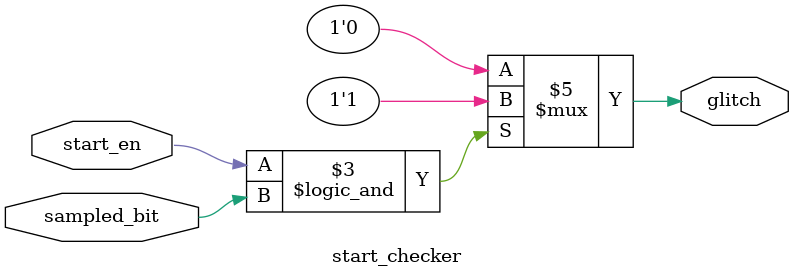
<source format=v>
module start_checker (

input 	wire 	start_en , sampled_bit,
output  reg		glitch  

);


always @(*)
begin
	if(start_en && sampled_bit == 1'b1 )
	begin
		glitch = 1'b1;
	end
	
	else
	begin
		glitch = 1'b0;
	end
	
end

endmodule
</source>
